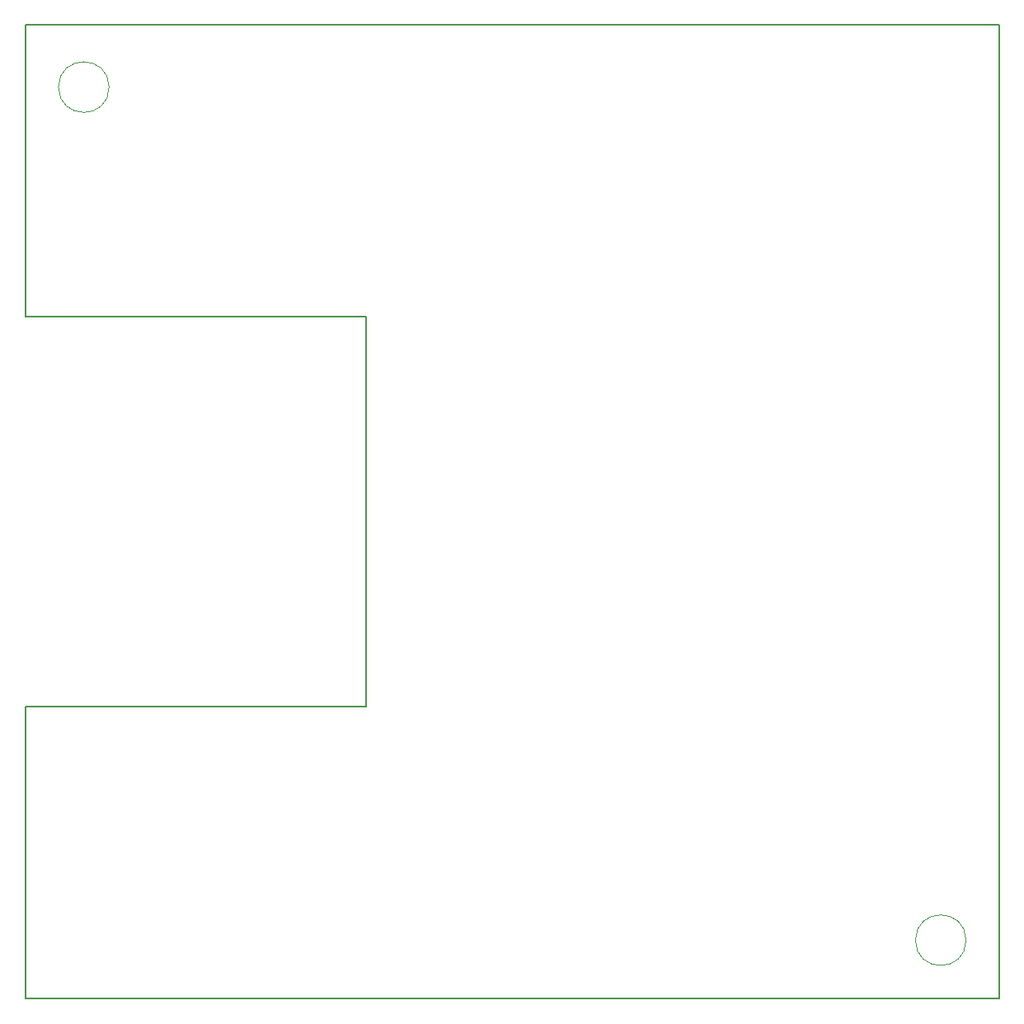
<source format=gm1>
%TF.GenerationSoftware,KiCad,Pcbnew,9.0.6*%
%TF.CreationDate,2025-12-09T15:58:13+01:00*%
%TF.ProjectId,STR500_v1,53545235-3030-45f7-9631-2e6b69636164,rev?*%
%TF.SameCoordinates,Original*%
%TF.FileFunction,Profile,NP*%
%FSLAX46Y46*%
G04 Gerber Fmt 4.6, Leading zero omitted, Abs format (unit mm)*
G04 Created by KiCad (PCBNEW 9.0.6) date 2025-12-09 15:58:13*
%MOMM*%
%LPD*%
G01*
G04 APERTURE LIST*
%TA.AperFunction,Profile*%
%ADD10C,0.200000*%
%TD*%
%TA.AperFunction,Profile*%
%ADD11C,0.050000*%
%TD*%
G04 APERTURE END LIST*
D10*
X102000000Y-108000000D02*
X67000000Y-108000000D01*
X67000000Y-68000000D02*
X102000000Y-68000000D01*
D11*
X75600000Y-44394449D02*
G75*
G02*
X70400000Y-44394449I-2600000J0D01*
G01*
X70400000Y-44394449D02*
G75*
G02*
X75600000Y-44394449I2600000J0D01*
G01*
D10*
X67000000Y-108000000D02*
X67000000Y-138000000D01*
D11*
X163600000Y-132000000D02*
G75*
G02*
X158400000Y-132000000I-2600000J0D01*
G01*
X158400000Y-132000000D02*
G75*
G02*
X163600000Y-132000000I2600000J0D01*
G01*
D10*
X167000000Y-38000000D02*
X67000000Y-38000000D01*
X67000000Y-38000000D02*
X67000000Y-68000000D01*
X167000000Y-138000000D02*
X167000000Y-38000000D01*
X102000000Y-68000000D02*
X102000000Y-108000000D01*
X167000000Y-138000000D02*
X67000000Y-138000000D01*
M02*

</source>
